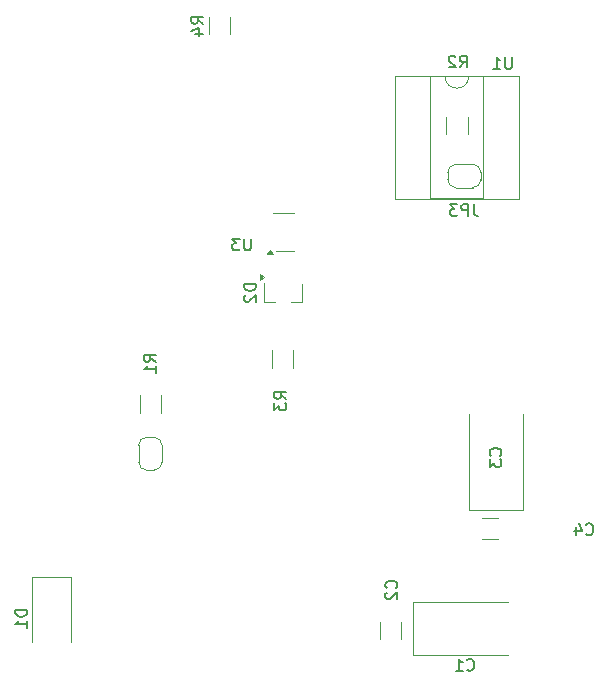
<source format=gbr>
%TF.GenerationSoftware,KiCad,Pcbnew,7.0.11-7.0.11~ubuntu20.04.1*%
%TF.CreationDate,2024-04-25T18:45:22+02:00*%
%TF.ProjectId,Tachoconverter,54616368-6f63-46f6-9e76-65727465722e,rev?*%
%TF.SameCoordinates,Original*%
%TF.FileFunction,Legend,Bot*%
%TF.FilePolarity,Positive*%
%FSLAX46Y46*%
G04 Gerber Fmt 4.6, Leading zero omitted, Abs format (unit mm)*
G04 Created by KiCad (PCBNEW 7.0.11-7.0.11~ubuntu20.04.1) date 2024-04-25 18:45:22*
%MOMM*%
%LPD*%
G01*
G04 APERTURE LIST*
%ADD10C,0.150000*%
%ADD11C,0.120000*%
G04 APERTURE END LIST*
D10*
X146716819Y-77277333D02*
X146240628Y-76944000D01*
X146716819Y-76705905D02*
X145716819Y-76705905D01*
X145716819Y-76705905D02*
X145716819Y-77086857D01*
X145716819Y-77086857D02*
X145764438Y-77182095D01*
X145764438Y-77182095D02*
X145812057Y-77229714D01*
X145812057Y-77229714D02*
X145907295Y-77277333D01*
X145907295Y-77277333D02*
X146050152Y-77277333D01*
X146050152Y-77277333D02*
X146145390Y-77229714D01*
X146145390Y-77229714D02*
X146193009Y-77182095D01*
X146193009Y-77182095D02*
X146240628Y-77086857D01*
X146240628Y-77086857D02*
X146240628Y-76705905D01*
X146050152Y-78134476D02*
X146716819Y-78134476D01*
X145669200Y-77896381D02*
X146383485Y-77658286D01*
X146383485Y-77658286D02*
X146383485Y-78277333D01*
X131812819Y-126896905D02*
X130812819Y-126896905D01*
X130812819Y-126896905D02*
X130812819Y-127135000D01*
X130812819Y-127135000D02*
X130860438Y-127277857D01*
X130860438Y-127277857D02*
X130955676Y-127373095D01*
X130955676Y-127373095D02*
X131050914Y-127420714D01*
X131050914Y-127420714D02*
X131241390Y-127468333D01*
X131241390Y-127468333D02*
X131384247Y-127468333D01*
X131384247Y-127468333D02*
X131574723Y-127420714D01*
X131574723Y-127420714D02*
X131669961Y-127373095D01*
X131669961Y-127373095D02*
X131765200Y-127277857D01*
X131765200Y-127277857D02*
X131812819Y-127135000D01*
X131812819Y-127135000D02*
X131812819Y-126896905D01*
X131812819Y-128420714D02*
X131812819Y-127849286D01*
X131812819Y-128135000D02*
X130812819Y-128135000D01*
X130812819Y-128135000D02*
X130955676Y-128039762D01*
X130955676Y-128039762D02*
X131050914Y-127944524D01*
X131050914Y-127944524D02*
X131098533Y-127849286D01*
X171859580Y-113833333D02*
X171907200Y-113785714D01*
X171907200Y-113785714D02*
X171954819Y-113642857D01*
X171954819Y-113642857D02*
X171954819Y-113547619D01*
X171954819Y-113547619D02*
X171907200Y-113404762D01*
X171907200Y-113404762D02*
X171811961Y-113309524D01*
X171811961Y-113309524D02*
X171716723Y-113261905D01*
X171716723Y-113261905D02*
X171526247Y-113214286D01*
X171526247Y-113214286D02*
X171383390Y-113214286D01*
X171383390Y-113214286D02*
X171192914Y-113261905D01*
X171192914Y-113261905D02*
X171097676Y-113309524D01*
X171097676Y-113309524D02*
X171002438Y-113404762D01*
X171002438Y-113404762D02*
X170954819Y-113547619D01*
X170954819Y-113547619D02*
X170954819Y-113642857D01*
X170954819Y-113642857D02*
X171002438Y-113785714D01*
X171002438Y-113785714D02*
X171050057Y-113833333D01*
X170954819Y-114166667D02*
X170954819Y-114785714D01*
X170954819Y-114785714D02*
X171335771Y-114452381D01*
X171335771Y-114452381D02*
X171335771Y-114595238D01*
X171335771Y-114595238D02*
X171383390Y-114690476D01*
X171383390Y-114690476D02*
X171431009Y-114738095D01*
X171431009Y-114738095D02*
X171526247Y-114785714D01*
X171526247Y-114785714D02*
X171764342Y-114785714D01*
X171764342Y-114785714D02*
X171859580Y-114738095D01*
X171859580Y-114738095D02*
X171907200Y-114690476D01*
X171907200Y-114690476D02*
X171954819Y-114595238D01*
X171954819Y-114595238D02*
X171954819Y-114309524D01*
X171954819Y-114309524D02*
X171907200Y-114214286D01*
X171907200Y-114214286D02*
X171859580Y-114166667D01*
X172846904Y-80099819D02*
X172846904Y-80909342D01*
X172846904Y-80909342D02*
X172799285Y-81004580D01*
X172799285Y-81004580D02*
X172751666Y-81052200D01*
X172751666Y-81052200D02*
X172656428Y-81099819D01*
X172656428Y-81099819D02*
X172465952Y-81099819D01*
X172465952Y-81099819D02*
X172370714Y-81052200D01*
X172370714Y-81052200D02*
X172323095Y-81004580D01*
X172323095Y-81004580D02*
X172275476Y-80909342D01*
X172275476Y-80909342D02*
X172275476Y-80099819D01*
X171275476Y-81099819D02*
X171846904Y-81099819D01*
X171561190Y-81099819D02*
X171561190Y-80099819D01*
X171561190Y-80099819D02*
X171656428Y-80242676D01*
X171656428Y-80242676D02*
X171751666Y-80337914D01*
X171751666Y-80337914D02*
X171846904Y-80385533D01*
X168441666Y-80972819D02*
X168774999Y-80496628D01*
X169013094Y-80972819D02*
X169013094Y-79972819D01*
X169013094Y-79972819D02*
X168632142Y-79972819D01*
X168632142Y-79972819D02*
X168536904Y-80020438D01*
X168536904Y-80020438D02*
X168489285Y-80068057D01*
X168489285Y-80068057D02*
X168441666Y-80163295D01*
X168441666Y-80163295D02*
X168441666Y-80306152D01*
X168441666Y-80306152D02*
X168489285Y-80401390D01*
X168489285Y-80401390D02*
X168536904Y-80449009D01*
X168536904Y-80449009D02*
X168632142Y-80496628D01*
X168632142Y-80496628D02*
X169013094Y-80496628D01*
X168060713Y-80068057D02*
X168013094Y-80020438D01*
X168013094Y-80020438D02*
X167917856Y-79972819D01*
X167917856Y-79972819D02*
X167679761Y-79972819D01*
X167679761Y-79972819D02*
X167584523Y-80020438D01*
X167584523Y-80020438D02*
X167536904Y-80068057D01*
X167536904Y-80068057D02*
X167489285Y-80163295D01*
X167489285Y-80163295D02*
X167489285Y-80258533D01*
X167489285Y-80258533D02*
X167536904Y-80401390D01*
X167536904Y-80401390D02*
X168108332Y-80972819D01*
X168108332Y-80972819D02*
X167489285Y-80972819D01*
X169054166Y-131959580D02*
X169101785Y-132007200D01*
X169101785Y-132007200D02*
X169244642Y-132054819D01*
X169244642Y-132054819D02*
X169339880Y-132054819D01*
X169339880Y-132054819D02*
X169482737Y-132007200D01*
X169482737Y-132007200D02*
X169577975Y-131911961D01*
X169577975Y-131911961D02*
X169625594Y-131816723D01*
X169625594Y-131816723D02*
X169673213Y-131626247D01*
X169673213Y-131626247D02*
X169673213Y-131483390D01*
X169673213Y-131483390D02*
X169625594Y-131292914D01*
X169625594Y-131292914D02*
X169577975Y-131197676D01*
X169577975Y-131197676D02*
X169482737Y-131102438D01*
X169482737Y-131102438D02*
X169339880Y-131054819D01*
X169339880Y-131054819D02*
X169244642Y-131054819D01*
X169244642Y-131054819D02*
X169101785Y-131102438D01*
X169101785Y-131102438D02*
X169054166Y-131150057D01*
X168101785Y-132054819D02*
X168673213Y-132054819D01*
X168387499Y-132054819D02*
X168387499Y-131054819D01*
X168387499Y-131054819D02*
X168482737Y-131197676D01*
X168482737Y-131197676D02*
X168577975Y-131292914D01*
X168577975Y-131292914D02*
X168673213Y-131340533D01*
X151181819Y-99313905D02*
X150181819Y-99313905D01*
X150181819Y-99313905D02*
X150181819Y-99552000D01*
X150181819Y-99552000D02*
X150229438Y-99694857D01*
X150229438Y-99694857D02*
X150324676Y-99790095D01*
X150324676Y-99790095D02*
X150419914Y-99837714D01*
X150419914Y-99837714D02*
X150610390Y-99885333D01*
X150610390Y-99885333D02*
X150753247Y-99885333D01*
X150753247Y-99885333D02*
X150943723Y-99837714D01*
X150943723Y-99837714D02*
X151038961Y-99790095D01*
X151038961Y-99790095D02*
X151134200Y-99694857D01*
X151134200Y-99694857D02*
X151181819Y-99552000D01*
X151181819Y-99552000D02*
X151181819Y-99313905D01*
X150277057Y-100266286D02*
X150229438Y-100313905D01*
X150229438Y-100313905D02*
X150181819Y-100409143D01*
X150181819Y-100409143D02*
X150181819Y-100647238D01*
X150181819Y-100647238D02*
X150229438Y-100742476D01*
X150229438Y-100742476D02*
X150277057Y-100790095D01*
X150277057Y-100790095D02*
X150372295Y-100837714D01*
X150372295Y-100837714D02*
X150467533Y-100837714D01*
X150467533Y-100837714D02*
X150610390Y-100790095D01*
X150610390Y-100790095D02*
X151181819Y-100218667D01*
X151181819Y-100218667D02*
X151181819Y-100837714D01*
X179129166Y-120486580D02*
X179176785Y-120534200D01*
X179176785Y-120534200D02*
X179319642Y-120581819D01*
X179319642Y-120581819D02*
X179414880Y-120581819D01*
X179414880Y-120581819D02*
X179557737Y-120534200D01*
X179557737Y-120534200D02*
X179652975Y-120438961D01*
X179652975Y-120438961D02*
X179700594Y-120343723D01*
X179700594Y-120343723D02*
X179748213Y-120153247D01*
X179748213Y-120153247D02*
X179748213Y-120010390D01*
X179748213Y-120010390D02*
X179700594Y-119819914D01*
X179700594Y-119819914D02*
X179652975Y-119724676D01*
X179652975Y-119724676D02*
X179557737Y-119629438D01*
X179557737Y-119629438D02*
X179414880Y-119581819D01*
X179414880Y-119581819D02*
X179319642Y-119581819D01*
X179319642Y-119581819D02*
X179176785Y-119629438D01*
X179176785Y-119629438D02*
X179129166Y-119677057D01*
X178272023Y-119915152D02*
X178272023Y-120581819D01*
X178510118Y-119534200D02*
X178748213Y-120248485D01*
X178748213Y-120248485D02*
X178129166Y-120248485D01*
X150748904Y-95466819D02*
X150748904Y-96276342D01*
X150748904Y-96276342D02*
X150701285Y-96371580D01*
X150701285Y-96371580D02*
X150653666Y-96419200D01*
X150653666Y-96419200D02*
X150558428Y-96466819D01*
X150558428Y-96466819D02*
X150367952Y-96466819D01*
X150367952Y-96466819D02*
X150272714Y-96419200D01*
X150272714Y-96419200D02*
X150225095Y-96371580D01*
X150225095Y-96371580D02*
X150177476Y-96276342D01*
X150177476Y-96276342D02*
X150177476Y-95466819D01*
X149796523Y-95466819D02*
X149177476Y-95466819D01*
X149177476Y-95466819D02*
X149510809Y-95847771D01*
X149510809Y-95847771D02*
X149367952Y-95847771D01*
X149367952Y-95847771D02*
X149272714Y-95895390D01*
X149272714Y-95895390D02*
X149225095Y-95943009D01*
X149225095Y-95943009D02*
X149177476Y-96038247D01*
X149177476Y-96038247D02*
X149177476Y-96276342D01*
X149177476Y-96276342D02*
X149225095Y-96371580D01*
X149225095Y-96371580D02*
X149272714Y-96419200D01*
X149272714Y-96419200D02*
X149367952Y-96466819D01*
X149367952Y-96466819D02*
X149653666Y-96466819D01*
X149653666Y-96466819D02*
X149748904Y-96419200D01*
X149748904Y-96419200D02*
X149796523Y-96371580D01*
X153743819Y-109053333D02*
X153267628Y-108720000D01*
X153743819Y-108481905D02*
X152743819Y-108481905D01*
X152743819Y-108481905D02*
X152743819Y-108862857D01*
X152743819Y-108862857D02*
X152791438Y-108958095D01*
X152791438Y-108958095D02*
X152839057Y-109005714D01*
X152839057Y-109005714D02*
X152934295Y-109053333D01*
X152934295Y-109053333D02*
X153077152Y-109053333D01*
X153077152Y-109053333D02*
X153172390Y-109005714D01*
X153172390Y-109005714D02*
X153220009Y-108958095D01*
X153220009Y-108958095D02*
X153267628Y-108862857D01*
X153267628Y-108862857D02*
X153267628Y-108481905D01*
X152743819Y-109386667D02*
X152743819Y-110005714D01*
X152743819Y-110005714D02*
X153124771Y-109672381D01*
X153124771Y-109672381D02*
X153124771Y-109815238D01*
X153124771Y-109815238D02*
X153172390Y-109910476D01*
X153172390Y-109910476D02*
X153220009Y-109958095D01*
X153220009Y-109958095D02*
X153315247Y-110005714D01*
X153315247Y-110005714D02*
X153553342Y-110005714D01*
X153553342Y-110005714D02*
X153648580Y-109958095D01*
X153648580Y-109958095D02*
X153696200Y-109910476D01*
X153696200Y-109910476D02*
X153743819Y-109815238D01*
X153743819Y-109815238D02*
X153743819Y-109529524D01*
X153743819Y-109529524D02*
X153696200Y-109434286D01*
X153696200Y-109434286D02*
X153648580Y-109386667D01*
X169616333Y-92545819D02*
X169616333Y-93260104D01*
X169616333Y-93260104D02*
X169663952Y-93402961D01*
X169663952Y-93402961D02*
X169759190Y-93498200D01*
X169759190Y-93498200D02*
X169902047Y-93545819D01*
X169902047Y-93545819D02*
X169997285Y-93545819D01*
X169140142Y-93545819D02*
X169140142Y-92545819D01*
X169140142Y-92545819D02*
X168759190Y-92545819D01*
X168759190Y-92545819D02*
X168663952Y-92593438D01*
X168663952Y-92593438D02*
X168616333Y-92641057D01*
X168616333Y-92641057D02*
X168568714Y-92736295D01*
X168568714Y-92736295D02*
X168568714Y-92879152D01*
X168568714Y-92879152D02*
X168616333Y-92974390D01*
X168616333Y-92974390D02*
X168663952Y-93022009D01*
X168663952Y-93022009D02*
X168759190Y-93069628D01*
X168759190Y-93069628D02*
X169140142Y-93069628D01*
X168235380Y-92545819D02*
X167616333Y-92545819D01*
X167616333Y-92545819D02*
X167949666Y-92926771D01*
X167949666Y-92926771D02*
X167806809Y-92926771D01*
X167806809Y-92926771D02*
X167711571Y-92974390D01*
X167711571Y-92974390D02*
X167663952Y-93022009D01*
X167663952Y-93022009D02*
X167616333Y-93117247D01*
X167616333Y-93117247D02*
X167616333Y-93355342D01*
X167616333Y-93355342D02*
X167663952Y-93450580D01*
X167663952Y-93450580D02*
X167711571Y-93498200D01*
X167711571Y-93498200D02*
X167806809Y-93545819D01*
X167806809Y-93545819D02*
X168092523Y-93545819D01*
X168092523Y-93545819D02*
X168187761Y-93498200D01*
X168187761Y-93498200D02*
X168235380Y-93450580D01*
X142694819Y-105878333D02*
X142218628Y-105545000D01*
X142694819Y-105306905D02*
X141694819Y-105306905D01*
X141694819Y-105306905D02*
X141694819Y-105687857D01*
X141694819Y-105687857D02*
X141742438Y-105783095D01*
X141742438Y-105783095D02*
X141790057Y-105830714D01*
X141790057Y-105830714D02*
X141885295Y-105878333D01*
X141885295Y-105878333D02*
X142028152Y-105878333D01*
X142028152Y-105878333D02*
X142123390Y-105830714D01*
X142123390Y-105830714D02*
X142171009Y-105783095D01*
X142171009Y-105783095D02*
X142218628Y-105687857D01*
X142218628Y-105687857D02*
X142218628Y-105306905D01*
X142694819Y-106830714D02*
X142694819Y-106259286D01*
X142694819Y-106545000D02*
X141694819Y-106545000D01*
X141694819Y-106545000D02*
X141837676Y-106449762D01*
X141837676Y-106449762D02*
X141932914Y-106354524D01*
X141932914Y-106354524D02*
X141980533Y-106259286D01*
X163046580Y-125055333D02*
X163094200Y-125007714D01*
X163094200Y-125007714D02*
X163141819Y-124864857D01*
X163141819Y-124864857D02*
X163141819Y-124769619D01*
X163141819Y-124769619D02*
X163094200Y-124626762D01*
X163094200Y-124626762D02*
X162998961Y-124531524D01*
X162998961Y-124531524D02*
X162903723Y-124483905D01*
X162903723Y-124483905D02*
X162713247Y-124436286D01*
X162713247Y-124436286D02*
X162570390Y-124436286D01*
X162570390Y-124436286D02*
X162379914Y-124483905D01*
X162379914Y-124483905D02*
X162284676Y-124531524D01*
X162284676Y-124531524D02*
X162189438Y-124626762D01*
X162189438Y-124626762D02*
X162141819Y-124769619D01*
X162141819Y-124769619D02*
X162141819Y-124864857D01*
X162141819Y-124864857D02*
X162189438Y-125007714D01*
X162189438Y-125007714D02*
X162237057Y-125055333D01*
X162237057Y-125436286D02*
X162189438Y-125483905D01*
X162189438Y-125483905D02*
X162141819Y-125579143D01*
X162141819Y-125579143D02*
X162141819Y-125817238D01*
X162141819Y-125817238D02*
X162189438Y-125912476D01*
X162189438Y-125912476D02*
X162237057Y-125960095D01*
X162237057Y-125960095D02*
X162332295Y-126007714D01*
X162332295Y-126007714D02*
X162427533Y-126007714D01*
X162427533Y-126007714D02*
X162570390Y-125960095D01*
X162570390Y-125960095D02*
X163141819Y-125388667D01*
X163141819Y-125388667D02*
X163141819Y-126007714D01*
D11*
%TO.C,R4*%
X147172000Y-76716936D02*
X147172000Y-78171064D01*
X148992000Y-76716936D02*
X148992000Y-78171064D01*
%TO.C,D1*%
X135508000Y-124125000D02*
X135508000Y-129635000D01*
X132208000Y-124125000D02*
X135508000Y-124125000D01*
X132208000Y-124125000D02*
X132208000Y-129635000D01*
%TO.C,C3*%
X173760000Y-110350000D02*
X173760000Y-118410000D01*
X173760000Y-118410000D02*
X169240000Y-118410000D01*
X169240000Y-118410000D02*
X169240000Y-110350000D01*
%TO.C,U1*%
X173440000Y-92074000D02*
X162940000Y-92074000D01*
X173440000Y-81674000D02*
X173440000Y-92074000D01*
X170440000Y-92014000D02*
X165940000Y-92014000D01*
X170440000Y-81734000D02*
X170440000Y-92014000D01*
X169190000Y-81734000D02*
X170440000Y-81734000D01*
X165940000Y-92014000D02*
X165940000Y-81734000D01*
X165940000Y-81734000D02*
X167190000Y-81734000D01*
X162940000Y-92074000D02*
X162940000Y-81674000D01*
X162940000Y-81674000D02*
X173440000Y-81674000D01*
X167190000Y-81734000D02*
G75*
G03*
X169190000Y-81734000I1000000J0D01*
G01*
%TO.C,JP2*%
X142540000Y-112280000D02*
X141940000Y-112280000D01*
X141240000Y-112980000D02*
X141240000Y-114380000D01*
X143240000Y-114380000D02*
X143240000Y-112980000D01*
X141940000Y-115080000D02*
X142540000Y-115080000D01*
X143240000Y-112980000D02*
G75*
G03*
X142540000Y-112280000I-699999J1D01*
G01*
X141940000Y-112280000D02*
G75*
G03*
X141240000Y-112980000I-1J-699999D01*
G01*
X142540000Y-115080000D02*
G75*
G03*
X143240000Y-114380000I0J700000D01*
G01*
X141240000Y-114380000D02*
G75*
G03*
X141940000Y-115080000I700000J0D01*
G01*
%TO.C,R2*%
X169110000Y-85146936D02*
X169110000Y-86601064D01*
X167290000Y-85146936D02*
X167290000Y-86601064D01*
%TO.C,C1*%
X164477500Y-126240000D02*
X172537500Y-126240000D01*
X164477500Y-130760000D02*
X164477500Y-126240000D01*
X172537500Y-130760000D02*
X164477500Y-130760000D01*
%TO.C,D2*%
X151897000Y-100012000D02*
X151897000Y-99212000D01*
X151897000Y-100012000D02*
X151897000Y-100812000D01*
X155057000Y-100812000D02*
X155057000Y-99352000D01*
X155057000Y-100812000D02*
X154127000Y-100812000D01*
X151897000Y-100812000D02*
X152827000Y-100812000D01*
X151867000Y-98712000D02*
X151537000Y-98952000D01*
X151537000Y-98472000D01*
X151867000Y-98712000D01*
G36*
X151867000Y-98712000D02*
G01*
X151537000Y-98952000D01*
X151537000Y-98472000D01*
X151867000Y-98712000D01*
G37*
%TO.C,C4*%
X171711252Y-120910000D02*
X170288748Y-120910000D01*
X171711252Y-119090000D02*
X170288748Y-119090000D01*
%TO.C,U3*%
X152643000Y-93259000D02*
X154443000Y-93259000D01*
X153643000Y-96479000D02*
X152843000Y-96479000D01*
X153643000Y-96479000D02*
X154443000Y-96479000D01*
X152583000Y-96759000D02*
X152103000Y-96759000D01*
X152343000Y-96429000D01*
X152583000Y-96759000D01*
G36*
X152583000Y-96759000D02*
G01*
X152103000Y-96759000D01*
X152343000Y-96429000D01*
X152583000Y-96759000D01*
G37*
%TO.C,R3*%
X154326000Y-106391064D02*
X154326000Y-104936936D01*
X152506000Y-106391064D02*
X152506000Y-104936936D01*
%TO.C,JP3*%
X170220000Y-90466000D02*
X170220000Y-89866000D01*
X169520000Y-89166000D02*
X168120000Y-89166000D01*
X168120000Y-91166000D02*
X169520000Y-91166000D01*
X167420000Y-89866000D02*
X167420000Y-90466000D01*
X169520000Y-91166000D02*
G75*
G03*
X170220000Y-90466000I1J699999D01*
G01*
X170220000Y-89866000D02*
G75*
G03*
X169520000Y-89166000I-699999J1D01*
G01*
X167420000Y-90466000D02*
G75*
G03*
X168120000Y-91166000I700000J0D01*
G01*
X168120000Y-89166000D02*
G75*
G03*
X167420000Y-89866000I0J-700000D01*
G01*
%TO.C,R1*%
X141330000Y-110201064D02*
X141330000Y-108746936D01*
X143150000Y-110201064D02*
X143150000Y-108746936D01*
%TO.C,C2*%
X161650000Y-129362252D02*
X161650000Y-127939748D01*
X163470000Y-129362252D02*
X163470000Y-127939748D01*
%TD*%
M02*

</source>
